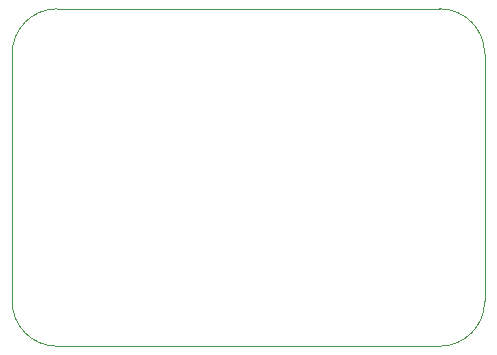
<source format=gbr>
G04 #@! TF.GenerationSoftware,KiCad,Pcbnew,(5.1.5-0)*
G04 #@! TF.CreationDate,2020-01-15T14:05:34-05:00*
G04 #@! TF.ProjectId,lever,6c657665-722e-46b6-9963-61645f706362,1.0*
G04 #@! TF.SameCoordinates,Original*
G04 #@! TF.FileFunction,Profile,NP*
%FSLAX46Y46*%
G04 Gerber Fmt 4.6, Leading zero omitted, Abs format (unit mm)*
G04 Created by KiCad (PCBNEW (5.1.5-0)) date 2020-01-15 14:05:34*
%MOMM*%
%LPD*%
G04 APERTURE LIST*
%ADD10C,0.050000*%
G04 APERTURE END LIST*
D10*
X137160000Y-94615000D02*
G75*
G02X133350000Y-98425000I-3810000J0D01*
G01*
X100965000Y-98425000D02*
G75*
G02X97155000Y-94615000I0J3810000D01*
G01*
X97155000Y-73660000D02*
G75*
G02X100965000Y-69850000I3810000J0D01*
G01*
X133350000Y-69850000D02*
G75*
G02X137160000Y-73660000I0J-3810000D01*
G01*
X97155000Y-94615000D02*
X97155000Y-73660000D01*
X133350000Y-98425000D02*
X100965000Y-98425000D01*
X137160000Y-73660000D02*
X137160000Y-94615000D01*
X100965000Y-69850000D02*
X133350000Y-69850000D01*
M02*

</source>
